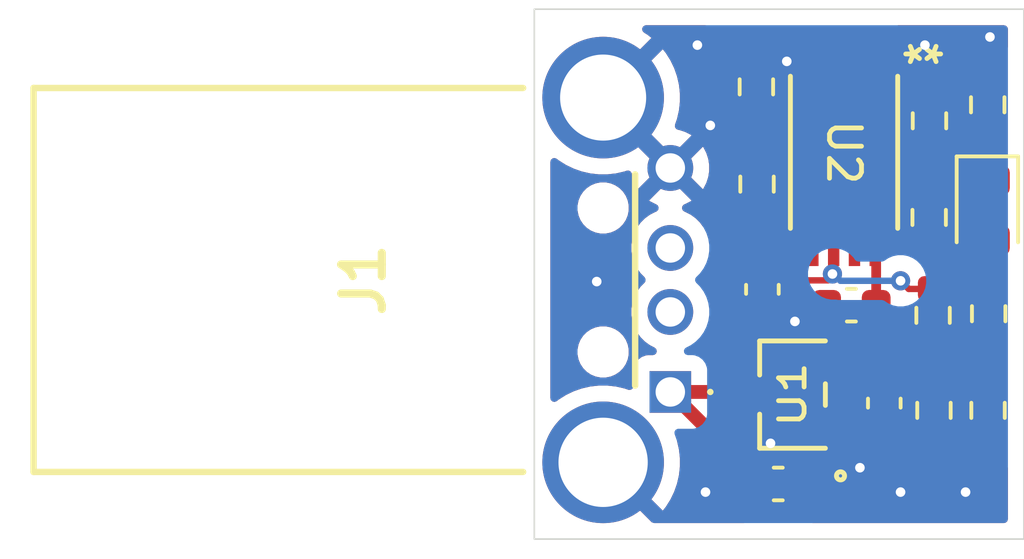
<source format=kicad_pcb>
(kicad_pcb (version 20241229) (generator "pcbnew") (generator_version "9.0")
  (layers (0 "F.Cu" signal) (2 "B.Cu" signal) (13 "F.Paste" user) (15 "B.Paste" user) (5 "F.SilkS" user "F.Silkscreen") (7 "B.SilkS" user "B.Silkscreen") (1 "F.Mask" user) (3 "B.Mask" user) (25 "Edge.Cuts" user))
  (net 0 "")
  (net 1 "GND")
  (net 4 "VBUS")
  (net 5 "Net-(U2-VINB+)")
  (net 6 "Net-(U2-VINA+)")
  (net 7 "Net-(U2-VINA-)")
  (net 8 "+3.3V")
  (net 9 "Net-(U2-VINB-)")
  (net 10 "Net-(D1-A)")
  (net 11 "Net-(D1-K)")
  (net 12 "Net-(R5-Pad2)")
  (net 13 "Net-(R7-Pad2)")
  (net 14 "Net-(R8-Pad2)")
  (footprint "Resistor_SMD:R_0603_1608Metric" (layer "F.Cu") (at 85.02 47.585 90)
    (property "Reference" "R6" (hide yes))
    (property "Value" "1k" (hide yes))
    (fp_line (start -0.237258 -0.5225) (end 0.237258 -0.5225) (stroke (width 0.12)) (layer "F.SilkS"))
    (fp_line (start -0.237258 0.5225) (end 0.237258 0.5225) (stroke (width 0.12)) (layer "F.SilkS"))
    (pad "1" smd roundrect (at -0.825 0 90) (size 0.8 0.95) (layers "F.Cu" "F.Mask" "F.Paste") (net 11 "Net-(D1-K)"))
    (pad "2" smd roundrect (at 0.825 0 90) (size 0.8 0.95) (layers "F.Cu" "F.Mask" "F.Paste") (net 1 "GND"))
  )
  (footprint "Capacitor_SMD:C_0603_1608Metric" (layer "F.Cu") (at 78.473 59.436)
    (property "Reference" "C2" (hide yes))
    (property "Value" "1uF" (hide yes))
    (fp_line (start -0.14058 -0.51) (end 0.14058 -0.51) (stroke (width 0.12)) (layer "F.SilkS"))
    (fp_line (start -0.14058 0.51) (end 0.14058 0.51) (stroke (width 0.12)) (layer "F.SilkS"))
    (pad "1" smd roundrect (at -0.775 0) (size 0.9 0.95) (layers "F.Cu" "F.Mask" "F.Paste") (net 4 "VBUS"))
    (pad "2" smd roundrect (at 0.775 0) (size 0.9 0.95) (layers "F.Cu" "F.Mask" "F.Paste") (net 1 "GND"))
  )
  (footprint "Resistor_SMD:R_0603_1608Metric" (layer "F.Cu") (at 83.19 51.105 -90)
    (property "Reference" "R4" (hide yes))
    (property "Value" "1k" (hide yes))
    (fp_line (start -0.237258 0.5225) (end 0.237258 0.5225) (stroke (width 0.12)) (layer "F.SilkS"))
    (fp_line (start -0.237258 -0.5225) (end 0.237258 -0.5225) (stroke (width 0.12)) (layer "F.SilkS"))
    (pad "1" smd roundrect (at -0.825 0 270) (size 0.8 0.95) (layers "F.Cu" "F.Mask" "F.Paste") (net 5 "Net-(U2-VINB+)"))
    (pad "2" smd roundrect (at 0.825 0 270) (size 0.8 0.95) (layers "F.Cu" "F.Mask" "F.Paste") (net 10 "Net-(D1-A)"))
  )
  (footprint "Capacitor_SMD:C_0603_1608Metric" (layer "F.Cu") (at 81.788 56.909 -90)
    (property "Reference" "C3" (hide yes))
    (property "Value" "1uF" (hide yes))
    (fp_line (start -0.14058 0.51) (end 0.14058 0.51) (stroke (width 0.12)) (layer "F.SilkS"))
    (fp_line (start -0.14058 -0.51) (end 0.14058 -0.51) (stroke (width 0.12)) (layer "F.SilkS"))
    (pad "1" smd roundrect (at -0.775 0 270) (size 0.9 0.95) (layers "F.Cu" "F.Mask" "F.Paste") (net 8 "+3.3V"))
    (pad "2" smd roundrect (at 0.775 0 270) (size 0.9 0.95) (layers "F.Cu" "F.Mask" "F.Paste") (net 1 "GND"))
  )
  (footprint "Resistor_SMD:R_0603_1608Metric" (layer "F.Cu") (at 83.2 48.085 -90)
    (property "Reference" "R3" (hide yes))
    (property "Value" "1k" (hide yes))
    (fp_line (start -0.237258 0.5225) (end 0.237258 0.5225) (stroke (width 0.12)) (layer "F.SilkS"))
    (fp_line (start -0.237258 -0.5225) (end 0.237258 -0.5225) (stroke (width 0.12)) (layer "F.SilkS"))
    (pad "1" smd roundrect (at -0.825 0 270) (size 0.8 0.95) (layers "F.Cu" "F.Mask" "F.Paste") (net 7 "Net-(U2-VINA-)"))
    (pad "2" smd roundrect (at 0.825 0 270) (size 0.8 0.95) (layers "F.Cu" "F.Mask" "F.Paste") (net 5 "Net-(U2-VINB+)"))
  )
  (footprint "carter_kicad_footprints:480370001" (layer "F.Cu") (at 75.1 56.56 -90)
    (property "Reference" "J1" (at -3.5 9.592 90) (layer "F.SilkS") (effects (font (size 1.27 1.27) (thickness 0.254))))
    (property "Value" "48037-0001" (hide yes))
    (fp_line (start -9.5 19.9) (end 2.5 19.9) (stroke (width 0.2)) (layer "F.SilkS"))
    (fp_line (start 2.5 19.9) (end 2.5 4.6) (stroke (width 0.2)) (layer "F.SilkS"))
    (fp_line (start -9.5 4.6) (end -9.5 19.9) (stroke (width 0.2)) (layer "F.SilkS"))
    (fp_line (start -6.8 1.1) (end -0.2 1.1) (stroke (width 0.2)) (layer "F.SilkS"))
    (fp_line (start 0 -1.2) (end 0 -1.2) (stroke (width 0.1)) (layer "F.SilkS"))
    (fp_line (start 0 -1.3) (end 0 -1.3) (stroke (width 0.1)) (layer "F.SilkS"))
    (fp_arc (start 0 -1.2) (mid -0.05 -1.25) (end 0 -1.3) (stroke (width 0.1)) (layer "F.SilkS"))
    (fp_arc (start 0 -1.3) (mid 0.05 -1.25) (end 0 -1.2) (stroke (width 0.1)) (layer "F.SilkS"))
    (pad "" np_thru_hole circle (at -5.75 2.1 270) (size 1.1 1.1) (drill 1.1) (layers "*.Cu" "*.Mask"))
    (pad "" np_thru_hole circle (at -1.25 2.1 270) (size 1.1 1.1) (drill 1.1) (layers "*.Cu" "*.Mask"))
    (pad "1" thru_hole rect (at 0 0 270) (size 1.3 1.3) (drill 0.92) (layers "*.Cu" "*.Mask") (net 4 "VBUS"))
    (pad "2" thru_hole circle (at -2.5 0 270) (size 1.431 1.431) (drill 0.92) (layers "*.Cu" "*.Mask"))
    (pad "3" thru_hole circle (at -4.5 0 270) (size 1.431 1.431) (drill 0.92) (layers "*.Cu" "*.Mask"))
    (pad "4" thru_hole circle (at -7 0 270) (size 1.431 1.431) (drill 0.92) (layers "*.Cu" "*.Mask") (net 1 "GND"))
    (pad "MH1" thru_hole circle (at 2.2 2.1 270) (size 3.8 3.8) (drill 2.79) (layers "*.Cu" "*.Mask") (net 1 "GND"))
    (pad "MH2" thru_hole circle (at -9.2 2.1 270) (size 3.8 3.8) (drill 2.69) (layers "*.Cu" "*.Mask") (net 1 "GND"))
  )
  (footprint "Resistor_SMD:R_0603_1608Metric" (layer "F.Cu") (at 83.312 54.165 90)
    (property "Reference" "R9" (hide yes))
    (property "Value" "49.9k" (hide yes))
    (fp_line (start -0.237258 -0.5225) (end 0.237258 -0.5225) (stroke (width 0.12)) (layer "F.SilkS"))
    (fp_line (start -0.237258 0.5225) (end 0.237258 0.5225) (stroke (width 0.12)) (layer "F.SilkS"))
    (pad "1" smd roundrect (at -0.825 0 90) (size 0.8 0.95) (layers "F.Cu" "F.Mask" "F.Paste") (net 14 "Net-(R8-Pad2)"))
    (pad "2" smd roundrect (at 0.825 0 90) (size 0.8 0.95) (layers "F.Cu" "F.Mask" "F.Paste") (net 9 "Net-(U2-VINB-)"))
  )
  (footprint "Resistor_SMD:R_0603_1608Metric" (layer "F.Cu") (at 85.05 54.115 -90)
    (property "Reference" "R5" (hide yes))
    (property "Value" "2.2M" (hide yes))
    (fp_line (start -0.237258 0.5225) (end 0.237258 0.5225) (stroke (width 0.12)) (layer "F.SilkS"))
    (fp_line (start -0.237258 -0.5225) (end 0.237258 -0.5225) (stroke (width 0.12)) (layer "F.SilkS"))
    (pad "1" smd roundrect (at -0.825 0 270) (size 0.8 0.95) (layers "F.Cu" "F.Mask" "F.Paste") (net 10 "Net-(D1-A)"))
    (pad "2" smd roundrect (at 0.825 0 270) (size 0.8 0.95) (layers "F.Cu" "F.Mask" "F.Paste") (net 12 "Net-(R5-Pad2)"))
  )
  (footprint "Resistor_SMD:R_0603_1608Metric" (layer "F.Cu") (at 77.79 47.025 90)
    (property "Reference" "R2" (hide yes))
    (property "Value" "1k" (hide yes))
    (fp_line (start -0.237258 -0.5225) (end 0.237258 -0.5225) (stroke (width 0.12)) (layer "F.SilkS"))
    (fp_line (start -0.237258 0.5225) (end 0.237258 0.5225) (stroke (width 0.12)) (layer "F.SilkS"))
    (pad "1" smd roundrect (at -0.825 0 90) (size 0.8 0.95) (layers "F.Cu" "F.Mask" "F.Paste") (net 6 "Net-(U2-VINA+)"))
    (pad "2" smd roundrect (at 0.825 0 90) (size 0.8 0.95) (layers "F.Cu" "F.Mask" "F.Paste") (net 1 "GND"))
  )
  (footprint "Resistor_SMD:R_0603_1608Metric" (layer "F.Cu") (at 77.81 50.065 90)
    (property "Reference" "R1" (hide yes))
    (property "Value" "1k" (hide yes))
    (fp_line (start -0.237258 -0.5225) (end 0.237258 -0.5225) (stroke (width 0.12)) (layer "F.SilkS"))
    (fp_line (start -0.237258 0.5225) (end 0.237258 0.5225) (stroke (width 0.12)) (layer "F.SilkS"))
    (pad "1" smd roundrect (at -0.825 0 90) (size 0.8 0.95) (layers "F.Cu" "F.Mask" "F.Paste") (net 8 "+3.3V"))
    (pad "2" smd roundrect (at 0.825 0 90) (size 0.8 0.95) (layers "F.Cu" "F.Mask" "F.Paste") (net 6 "Net-(U2-VINA+)"))
  )
  (footprint "Resistor_SMD:R_0603_1608Metric" (layer "F.Cu") (at 83.34 57.135 90)
    (property "Reference" "R8" (hide yes))
    (property "Value" "499k" (hide yes))
    (fp_line (start -0.237258 -0.5225) (end 0.237258 -0.5225) (stroke (width 0.12)) (layer "F.SilkS"))
    (fp_line (start -0.237258 0.5225) (end 0.237258 0.5225) (stroke (width 0.12)) (layer "F.SilkS"))
    (pad "1" smd roundrect (at -0.825 0 90) (size 0.8 0.95) (layers "F.Cu" "F.Mask" "F.Paste") (net 13 "Net-(R7-Pad2)"))
    (pad "2" smd roundrect (at 0.825 0 90) (size 0.8 0.95) (layers "F.Cu" "F.Mask" "F.Paste") (net 14 "Net-(R8-Pad2)"))
  )
  (footprint "Capacitor_SMD:C_0603_1608Metric" (layer "F.Cu") (at 80.759 53.848 180)
    (property "Reference" "C4" (hide yes))
    (property "Value" "0.1uF" (hide yes))
    (fp_line (start -0.14058 0.51) (end 0.14058 0.51) (stroke (width 0.12)) (layer "F.SilkS"))
    (fp_line (start -0.14058 -0.51) (end 0.14058 -0.51) (stroke (width 0.12)) (layer "F.SilkS"))
    (pad "1" smd roundrect (at -0.775 0 180) (size 0.9 0.95) (layers "F.Cu" "F.Mask" "F.Paste") (net 8 "+3.3V"))
    (pad "2" smd roundrect (at 0.775 0 180) (size 0.9 0.95) (layers "F.Cu" "F.Mask" "F.Paste") (net 1 "GND"))
  )
  (footprint "Resistor_SMD:R_0603_1608Metric" (layer "F.Cu") (at 85.03 57.135 -90)
    (property "Reference" "R7" (hide yes))
    (property "Value" "2.2M" (hide yes))
    (fp_line (start -0.237258 0.5225) (end 0.237258 0.5225) (stroke (width 0.12)) (layer "F.SilkS"))
    (fp_line (start -0.237258 -0.5225) (end 0.237258 -0.5225) (stroke (width 0.12)) (layer "F.SilkS"))
    (pad "1" smd roundrect (at -0.825 0 270) (size 0.8 0.95) (layers "F.Cu" "F.Mask" "F.Paste") (net 12 "Net-(R5-Pad2)"))
    (pad "2" smd roundrect (at 0.825 0 270) (size 0.8 0.95) (layers "F.Cu" "F.Mask" "F.Paste") (net 13 "Net-(R7-Pad2)"))
  )
  (footprint "carter_kicad_footprints:SOT-23A_MC_MCH" (layer "F.Cu") (at 78.9192 56.642 90)
    (property "Reference" "U1" (at 0 0 90) (layer "F.SilkS") (effects (font (size 0.8 1))))
    (property "Value" "MCP1702T-3302E/CB" (hide yes))
    (fp_line (start 1.676999 -1.027) (end 0.61214 -1.027) (stroke (width 0.1524)) (layer "F.SilkS"))
    (fp_line (start -0.61214 -1.027) (end -1.676999 -1.027) (stroke (width 0.1524)) (layer "F.SilkS"))
    (fp_line (start -1.676999 -1.027) (end -1.676999 1.027) (stroke (width 0.1524)) (layer "F.SilkS"))
    (fp_line (start 1.676999 1.027) (end 1.676999 -1.027) (stroke (width 0.1524)) (layer "F.SilkS"))
    (fp_line (start -0.337861 1.027) (end 0.337861 1.027) (stroke (width 0.1524)) (layer "F.SilkS"))
    (fp_circle (center -2.54 1.5) (end -2.413 1.5) (stroke (width 0.1524)) (fill no) (layer "F.SilkS"))
    (pad "1" smd rect (at -0.950001 1.1952 90) (size 0.9398 1.3208) (layers "F.Cu" "F.Mask" "F.Paste") (net 1 "GND"))
    (pad "2" smd rect (at 0.950001 1.1952 90) (size 0.9398 1.3208) (layers "F.Cu" "F.Mask" "F.Paste") (net 8 "+3.3V"))
    (pad "3" smd rect (at 0 -1.1952 90) (size 0.9398 1.3208) (layers "F.Cu" "F.Mask" "F.Paste") (net 4 "VBUS"))
  )
  (footprint "Capacitor_SMD:C_0603_1608Metric" (layer "F.Cu") (at 77.978 53.353 -90)
    (property "Reference" "C1" (hide yes))
    (property "Value" "0.1uF" (hide yes))
    (fp_line (start -0.14058 0.51) (end 0.14058 0.51) (stroke (width 0.12)) (layer "F.SilkS"))
    (fp_line (start -0.14058 -0.51) (end 0.14058 -0.51) (stroke (width 0.12)) (layer "F.SilkS"))
    (pad "1" smd roundrect (at -0.775 0 270) (size 0.9 0.95) (layers "F.Cu" "F.Mask" "F.Paste") (net 9 "Net-(U2-VINB-)"))
    (pad "2" smd roundrect (at 0.775 0 270) (size 0.9 0.95) (layers "F.Cu" "F.Mask" "F.Paste") (net 1 "GND"))
  )
  (footprint "LED_SMD:LED_0805_2012Metric" (layer "F.Cu") (at 85.01 50.8825 -90)
    (property "Reference" "D1" (hide yes))
    (property "Value" "LED" (hide yes))
    (fp_line (start -1.685 0.96) (end 1 0.96) (stroke (width 0.12)) (layer "F.SilkS"))
    (fp_line (start -1.685 -0.96) (end -1.685 0.96) (stroke (width 0.12)) (layer "F.SilkS"))
    (fp_line (start 1 -0.96) (end -1.685 -0.96) (stroke (width 0.12)) (layer "F.SilkS"))
    (pad "1" smd roundrect (at -0.9375 0 270) (size 0.975 1.4) (layers "F.Cu" "F.Mask" "F.Paste") (net 11 "Net-(D1-K)"))
    (pad "2" smd roundrect (at 0.9375 0 270) (size 0.975 1.4) (layers "F.Cu" "F.Mask" "F.Paste") (net 10 "Net-(D1-A)"))
  )
  (footprint "carter_kicad_footprints:TSSOP8_MC_MCH" (layer "F.Cu") (at 80.53 49.07 -90)
    (property "Reference" "U2" (at 0 0 270) (layer "F.SilkS"))
    (property "Value" "MCP6022T-I/ST" (hide yes))
    (fp_line (start -2.377001 1.676999) (end 2.377001 1.676999) (stroke (width 0.1524)) (layer "F.SilkS"))
    (fp_line (start 2.377001 -1.676999) (end -2.377001 -1.676999) (stroke (width 0.1524)) (layer "F.SilkS"))
    (fp_text user "*" (at -3.073 -2.4736 270) (layer "F.SilkS"))
    (fp_text user "*" (at -3.073 -2.4736 90) (layer "F.SilkS"))
    (pad "1" smd rect (at -2.819001 -0.974999 270) (size 1.4732 0.3556) (layers "F.Cu" "F.Mask" "F.Paste") (net 7 "Net-(U2-VINA-)"))
    (pad "2" smd rect (at -2.819001 -0.325001 270) (size 1.4732 0.3556) (layers "F.Cu" "F.Mask" "F.Paste") (net 7 "Net-(U2-VINA-)"))
    (pad "3" smd rect (at -2.819001 0.325001 270) (size 1.4732 0.3556) (layers "F.Cu" "F.Mask" "F.Paste") (net 6 "Net-(U2-VINA+)"))
    (pad "4" smd rect (at -2.819001 0.974999 270) (size 1.4732 0.3556) (layers "F.Cu" "F.Mask" "F.Paste") (net 1 "GND"))
    (pad "5" smd rect (at 2.819001 0.974999 270) (size 1.4732 0.3556) (layers "F.Cu" "F.Mask" "F.Paste") (net 5 "Net-(U2-VINB+)"))
    (pad "6" smd rect (at 2.819001 0.325001 270) (size 1.4732 0.3556) (layers "F.Cu" "F.Mask" "F.Paste") (net 9 "Net-(U2-VINB-)"))
    (pad "7" smd rect (at 2.819001 -0.325001 270) (size 1.4732 0.3556) (layers "F.Cu" "F.Mask" "F.Paste") (net 10 "Net-(D1-A)"))
    (pad "8" smd rect (at 2.819001 -0.974999 270) (size 1.4732 0.3556) (layers "F.Cu" "F.Mask" "F.Paste") (net 8 "+3.3V"))
  )
  (gr_rect (start 70.85 44.598) (end 86.152 61.158) (stroke (width 0.05)) (fill no) (layer "Edge.Cuts"))
  (segment (start 79.502 53.848) (end 78.994 54.356) (width 0.2) (layer "F.Cu") (net 1))
  (segment (start 77.79 46.2) (end 78.712 46.2) (width 0.2) (layer "F.Cu") (net 1))
  (segment (start 79.984 53.848) (end 79.502 53.848) (width 0.2) (layer "F.Cu") (net 1))
  (segment (start 78.762999 46.250999) (end 78.74 46.228) (width 0.2) (layer "F.Cu") (net 1))
  (segment (start 77.978 54.128) (end 78.766 54.128) (width 0.2) (layer "F.Cu") (net 1))
  (segment (start 78.712 46.2) (end 78.74 46.228) (width 0.2) (layer "F.Cu") (net 1))
  (segment (start 79.555001 46.250999) (end 78.762999 46.250999) (width 0.2) (layer "F.Cu") (net 1))
  (segment (start 78.766 54.128) (end 78.994 54.356) (width 0.2) (layer "F.Cu") (net 1))
  (via (at 78.74 46.228) (size 0.6) (drill 0.3) (layers "F.Cu" "B.Cu") (net 1))
  (via (at 76.35 48.23) (size 0.6) (drill 0.3) (layers "F.Cu" "B.Cu") (net 1))
  (via (at 82.296 59.69) (size 0.6) (drill 0.3) (layers "F.Cu" "B.Cu") (net 1))
  (via (at 75.946 45.72) (size 0.6) (drill 0.3) (layers "F.Cu" "B.Cu") (net 1))
  (via (at 72.8 53.11) (size 0.6) (drill 0.3) (layers "F.Cu" "B.Cu") (net 1))
  (via (at 76.2 59.69) (size 0.6) (drill 0.3) (layers "F.Cu" "B.Cu") (net 1))
  (via (at 84.328 59.69) (size 0.6) (drill 0.3) (layers "F.Cu" "B.Cu") (net 1))
  (via (at 85.09 45.466) (size 0.6) (drill 0.3) (layers "F.Cu" "B.Cu") (net 1))
  (via (at 78.232 58.166) (size 0.6) (drill 0.3) (layers "F.Cu" "B.Cu") (net 1))
  (via (at 81.026 58.928) (size 0.6) (drill 0.3) (layers "F.Cu" "B.Cu") (net 1))
  (via (at 83.058 45.72) (size 0.6) (drill 0.3) (layers "F.Cu" "B.Cu") (net 1))
  (via (at 78.994 54.356) (size 0.6) (drill 0.3) (layers "F.Cu" "B.Cu") (net 1))
  (segment (start 77.388 56.56) (end 75.1 56.56) (width 0.4318) (layer "F.Cu") (net 4))
  (segment (start 77.724 56.642) (end 77.47 56.642) (width 0.2) (layer "F.Cu") (net 4))
  (segment (start 77.47 56.642) (end 77.388 56.56) (width 0.2) (layer "F.Cu") (net 4))
  (segment (start 77.698 59.436) (end 77.698 59.158) (width 0.2) (layer "F.Cu") (net 4))
  (segment (start 75.1 56.56) (end 75.1 56.63) (width 0.2) (layer "F.Cu") (net 4))
  (segment (start 77.698 59.158) (end 75.1 56.56) (width 0.4318) (layer "F.Cu") (net 4))
  (segment (start 81.597402 48.91) (end 83.2 48.91) (width 0.2) (layer "F.Cu") (net 5))
  (segment (start 83.2 48.91) (end 83.2 50.27) (width 0.2) (layer "F.Cu") (net 5))
  (segment (start 79.555001 51.889001) (end 79.555001 50.952401) (width 0.2) (layer "F.Cu") (net 5))
  (segment (start 83.2 50.27) (end 83.19 50.28) (width 0.2) (layer "F.Cu") (net 5))
  (segment (start 79.555001 50.952401) (end 81.597402 48.91) (width 0.2) (layer "F.Cu") (net 5))
  (segment (start 80.033801 45.213399) (end 77.214601 45.213399) (width 0.2) (layer "F.Cu") (net 6))
  (segment (start 76.708 45.72) (end 76.708 46.768) (width 0.2) (layer "F.Cu") (net 6))
  (segment (start 77.214601 45.213399) (end 76.708 45.72) (width 0.2) (layer "F.Cu") (net 6))
  (segment (start 77.81 49.24) (end 77.81 47.87) (width 0.2) (layer "F.Cu") (net 6))
  (segment (start 80.204999 45.384597) (end 80.033801 45.213399) (width 0.2) (layer "F.Cu") (net 6))
  (segment (start 80.204999 46.250999) (end 80.204999 45.384597) (width 0.2) (layer "F.Cu") (net 6))
  (segment (start 76.708 46.768) (end 77.79 47.85) (width 0.2) (layer "F.Cu") (net 6))
  (segment (start 77.81 47.87) (end 77.79 47.85) (width 0.2) (layer "F.Cu") (net 6))
  (segment (start 82.190999 46.250999) (end 81.504999 46.250999) (width 0.2) (layer "F.Cu") (net 7))
  (segment (start 83.2 47.26) (end 82.190999 46.250999) (width 0.2) (layer "F.Cu") (net 7))
  (segment (start 80.855001 46.250999) (end 81.504999 46.250999) (width 0.2) (layer "F.Cu") (net 7))
  (segment (start 81.504999 51.889001) (end 81.504999 52.202999) (width 0.2) (layer "F.Cu") (net 8))
  (segment (start 81.534 51.918002) (end 81.504999 51.889001) (width 0.2) (layer "F.Cu") (net 8))
  (segment (start 80.1144 55.691999) (end 80.329999 55.691999) (width 0.2) (layer "F.Cu") (net 8))
  (segment (start 81.788 56.134) (end 80.556401 56.134) (width 0.4318) (layer "F.Cu") (net 8))
  (segment (start 80.1144 55.691999) (end 77.671999 55.691999) (width 0.4318) (layer "F.Cu") (net 8))
  (segment (start 81.56 51.944002) (end 81.504999 51.889001) (width 0.2) (layer "F.Cu") (net 8))
  (segment (start 77.81 50.89) (end 76.84 51.86) (width 0.4318) (layer "F.Cu") (net 8))
  (segment (start 81.534 53.848) (end 81.534 54.102) (width 0.2) (layer "F.Cu") (net 8))
  (segment (start 81.788 54.356) (end 81.788 56.134) (width 0.4318) (layer "F.Cu") (net 8))
  (segment (start 77.671999 55.691999) (end 76.84 54.86) (width 0.4318) (layer "F.Cu") (net 8))
  (segment (start 81.534 53.848) (end 81.534 51.918002) (width 0.3048) (layer "F.Cu") (net 8))
  (segment (start 76.84 51.86) (end 76.84 54.86) (width 0.4318) (layer "F.Cu") (net 8))
  (segment (start 80.290001 55.691999) (end 80.1144 55.691999) (width 0.2) (layer "F.Cu") (net 8))
  (segment (start 81.534 54.102) (end 81.788 54.356) (width 0.4318) (layer "F.Cu") (net 8))
  (segment (start 80.556401 56.134) (end 80.1144 55.691999) (width 0.4318) (layer "F.Cu") (net 8))
  (segment (start 80.024 53.072) (end 78.472 53.072) (width 0.2) (layer "F.Cu") (net 9))
  (segment (start 82.55 53.34) (end 82.296 53.086) (width 0.2) (layer "F.Cu") (net 9))
  (segment (start 83.312 53.34) (end 82.55 53.34) (width 0.2) (layer "F.Cu") (net 9))
  (segment (start 78.472 53.072) (end 77.978 52.578) (width 0.2) (layer "F.Cu") (net 9))
  (segment (start 80.204999 51.889001) (end 80.204999 52.891001) (width 0.2) (layer "F.Cu") (net 9))
  (segment (start 80.204999 52.891001) (end 80.024 53.072) (width 0.2) (layer "F.Cu") (net 9))
  (via (at 80.167305 52.873) (size 0.6) (drill 0.3) (layers "F.Cu" "B.Cu") (net 9))
  (via (at 82.296 53.086) (size 0.6) (drill 0.3) (layers "F.Cu" "B.Cu") (net 9))
  (segment (start 80.204999 52.873) (end 80.417999 53.086) (width 0.2) (layer "B.Cu") (net 9))
  (segment (start 80.417999 53.086) (end 82.296 53.086) (width 0.2) (layer "B.Cu") (net 9))
  (segment (start 80.167305 52.873) (end 80.204999 52.873) (width 0.2) (layer "B.Cu") (net 9))
  (segment (start 80.855001 50.952401) (end 81.287402 50.52) (width 0.2) (layer "F.Cu") (net 10))
  (segment (start 85.05 53.29) (end 85.05 51.86) (width 0.2) (layer "F.Cu") (net 10))
  (segment (start 83.19 51.93) (end 81.78 50.52) (width 0.2) (layer "F.Cu") (net 10))
  (segment (start 81.287402 50.52) (end 81.78 50.52) (width 0.2) (layer "F.Cu") (net 10))
  (segment (start 80.855001 51.889001) (end 80.855001 50.952401) (width 0.2) (layer "F.Cu") (net 10))
  (segment (start 84.9 51.93) (end 85.01 51.82) (width 0.2) (layer "F.Cu") (net 10))
  (segment (start 83.19 51.93) (end 84.9 51.93) (width 0.2) (layer "F.Cu") (net 10))
  (segment (start 85.05 51.86) (end 85.01 51.82) (width 0.2) (layer "F.Cu") (net 10))
  (segment (start 85.02 49.935) (end 85.01 49.945) (width 0.2) (layer "F.Cu") (net 11))
  (segment (start 85.02 48.41) (end 85.02 49.935) (width 0.2) (layer "F.Cu") (net 11))
  (segment (start 85.05 56.29) (end 85.03 56.31) (width 0.2) (layer "F.Cu") (net 12))
  (segment (start 85.05 54.94) (end 85.05 56.29) (width 0.2) (layer "F.Cu") (net 12))
  (segment (start 85.03 57.96) (end 83.34 57.96) (width 0.2) (layer "F.Cu") (net 13))
  (segment (start 83.34 56.31) (end 83.34 55.018) (width 0.2) (layer "F.Cu") (net 14))
  (segment (start 83.34 55.018) (end 83.312 54.99) (width 0.2) (layer "F.Cu") (net 14))
  (zone (net 1) (net_name "GND") (layer "F.Cu") (connect_pads (clearance 0.5)) (min_thickness 0.25) (fill yes (thermal_gap 0.5) (thermal_bridge_width 0.5))
    (polygon (pts (xy 70.85 44.578) (xy 86.122 44.598) (xy 86.172 61.138) (xy 70.85 61.158)))
  )
  (zone (net 1) (net_name "GND") (layer "B.Cu") (priority 1) (connect_pads (clearance 0.5)) (min_thickness 0.25) (fill yes (thermal_gap 0.5) (thermal_bridge_width 0.5))
    (polygon (pts (xy 70.86 44.598) (xy 86.106 44.704) (xy 86.106 61.214) (xy 70.85 61.148)))
  )
)
</source>
